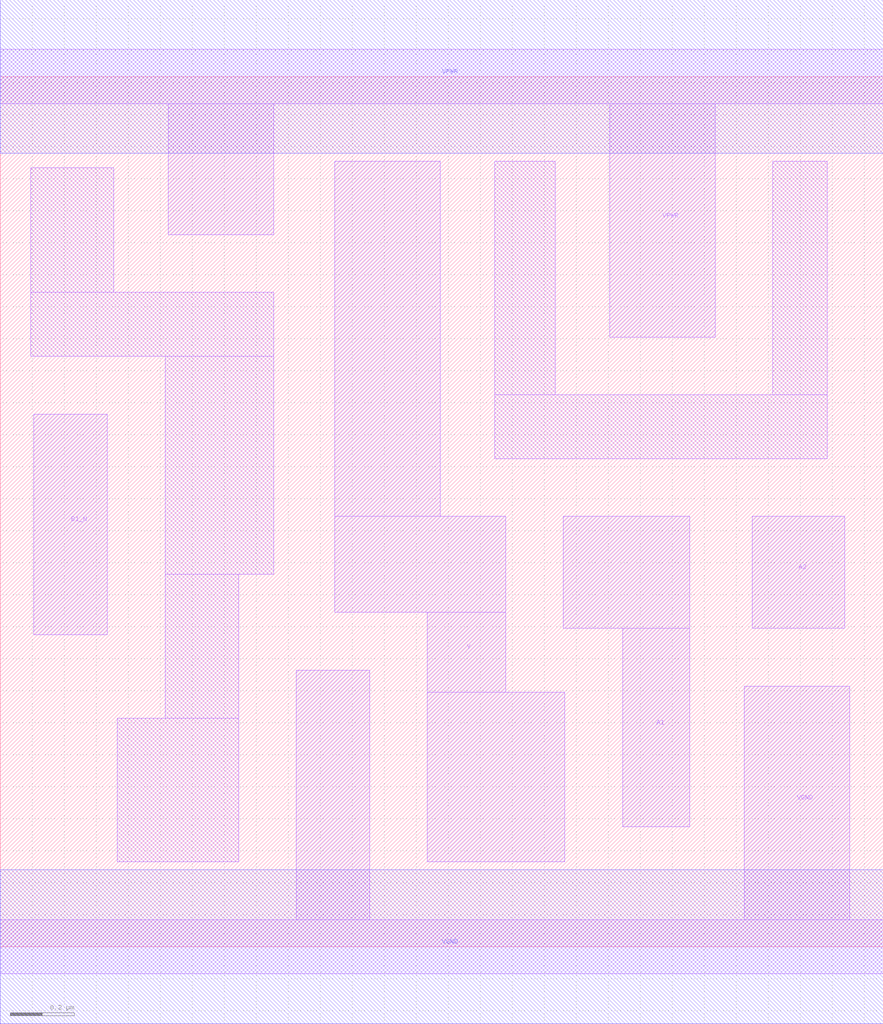
<source format=lef>
# Copyright 2020 The SkyWater PDK Authors
#
# Licensed under the Apache License, Version 2.0 (the "License");
# you may not use this file except in compliance with the License.
# You may obtain a copy of the License at
#
#     https://www.apache.org/licenses/LICENSE-2.0
#
# Unless required by applicable law or agreed to in writing, software
# distributed under the License is distributed on an "AS IS" BASIS,
# WITHOUT WARRANTIES OR CONDITIONS OF ANY KIND, either express or implied.
# See the License for the specific language governing permissions and
# limitations under the License.
#
# SPDX-License-Identifier: Apache-2.0

VERSION 5.5 ;
NAMESCASESENSITIVE ON ;
BUSBITCHARS "[]" ;
DIVIDERCHAR "/" ;
MACRO sky130_fd_sc_hd__a21boi_1
  CLASS CORE ;
  SOURCE USER ;
  ORIGIN  0.000000  0.000000 ;
  SIZE  2.760000 BY  2.720000 ;
  SYMMETRY X Y R90 ;
  SITE unithd ;
  PIN A1
    ANTENNAGATEAREA  0.247500 ;
    DIRECTION INPUT ;
    USE SIGNAL ;
    PORT
      LAYER li1 ;
        RECT 1.760000 0.995000 2.155000 1.345000 ;
        RECT 1.945000 0.375000 2.155000 0.995000 ;
    END
  END A1
  PIN A2
    ANTENNAGATEAREA  0.247500 ;
    DIRECTION INPUT ;
    USE SIGNAL ;
    PORT
      LAYER li1 ;
        RECT 2.350000 0.995000 2.640000 1.345000 ;
    END
  END A2
  PIN B1_N
    ANTENNAGATEAREA  0.126000 ;
    DIRECTION INPUT ;
    USE SIGNAL ;
    PORT
      LAYER li1 ;
        RECT 0.105000 0.975000 0.335000 1.665000 ;
    END
  END B1_N
  PIN Y
    ANTENNADIFFAREA  0.551000 ;
    DIRECTION OUTPUT ;
    USE SIGNAL ;
    PORT
      LAYER li1 ;
        RECT 1.045000 1.045000 1.580000 1.345000 ;
        RECT 1.045000 1.345000 1.375000 2.455000 ;
        RECT 1.335000 0.265000 1.765000 0.795000 ;
        RECT 1.335000 0.795000 1.580000 1.045000 ;
    END
  END Y
  PIN VGND
    DIRECTION INOUT ;
    SHAPE ABUTMENT ;
    USE GROUND ;
    PORT
      LAYER li1 ;
        RECT 0.000000 -0.085000 2.760000 0.085000 ;
        RECT 0.925000  0.085000 1.155000 0.865000 ;
        RECT 2.325000  0.085000 2.655000 0.815000 ;
    END
    PORT
      LAYER met1 ;
        RECT 0.000000 -0.240000 2.760000 0.240000 ;
    END
  END VGND
  PIN VNB
    DIRECTION INOUT ;
    USE GROUND ;
    PORT
    END
  END VNB
  PIN VPB
    DIRECTION INOUT ;
    USE POWER ;
    PORT
    END
  END VPB
  PIN VPWR
    DIRECTION INOUT ;
    SHAPE ABUTMENT ;
    USE POWER ;
    PORT
      LAYER li1 ;
        RECT 0.000000 2.635000 2.760000 2.805000 ;
        RECT 0.525000 2.225000 0.855000 2.635000 ;
        RECT 1.905000 1.905000 2.235000 2.635000 ;
    END
    PORT
      LAYER met1 ;
        RECT 0.000000 2.480000 2.760000 2.960000 ;
    END
  END VPWR
  OBS
    LAYER li1 ;
      RECT 0.095000 1.845000 0.855000 2.045000 ;
      RECT 0.095000 2.045000 0.355000 2.435000 ;
      RECT 0.365000 0.265000 0.745000 0.715000 ;
      RECT 0.515000 0.715000 0.745000 1.165000 ;
      RECT 0.515000 1.165000 0.855000 1.845000 ;
      RECT 1.545000 1.525000 2.585000 1.725000 ;
      RECT 1.545000 1.725000 1.735000 2.455000 ;
      RECT 2.415000 1.725000 2.585000 2.455000 ;
  END
END sky130_fd_sc_hd__a21boi_1
END LIBRARY

</source>
